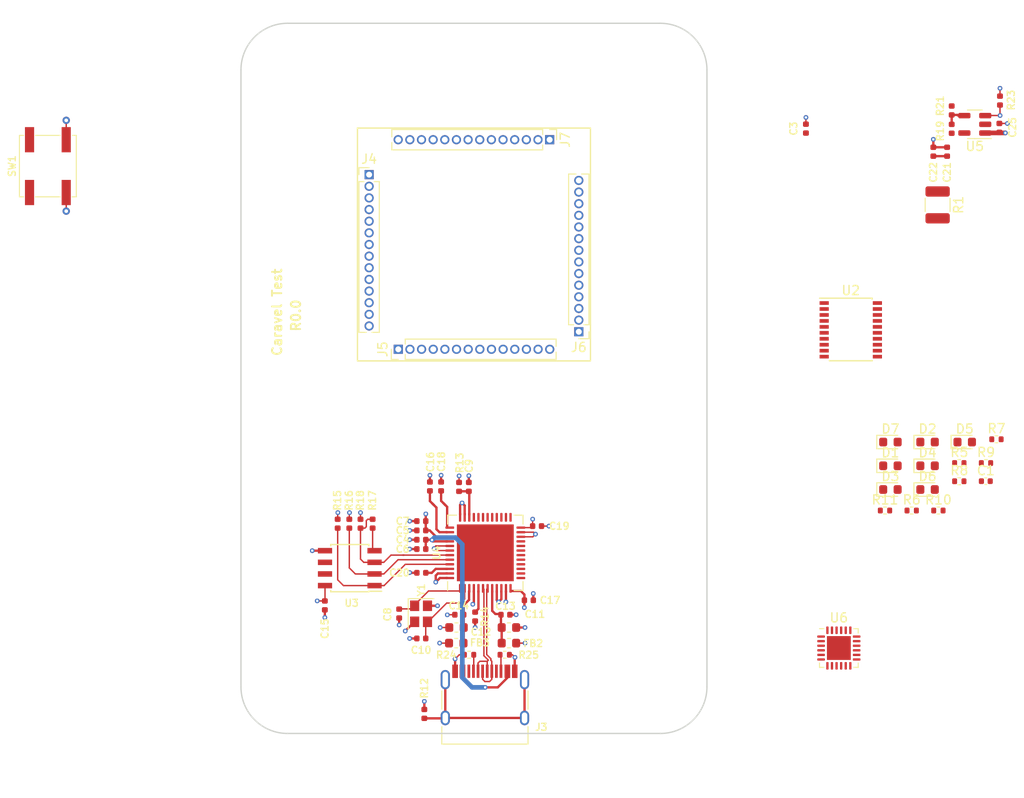
<source format=kicad_pcb>
(kicad_pcb (version 20211014) (generator pcbnew)
  (title_block (title "Caravel Test Fixture") (date "2021-10-31") (rev "r0.0"))
  (layers (0 "F.Cu" signal) (1 "In1.Cu" signal) (2 "In2.Cu" signal) (31 "B.Cu" signal) (34 "B.Paste" user) (35 "F.Paste" user) (36 "B.SilkS" user "B.Silkscreen") (37 "F.SilkS" user "F.Silkscreen") (38 "B.Mask" user) (39 "F.Mask" user) (44 "Edge.Cuts" user))
  (net 0 "")
  (net 1 "+3V3")
  (net 2 "/SDA")
  (net 3 "/SCL")
  (net 4 "GND")
  (net 5 "/EEDATA")
  (net 6 "Net-(R17-Pad1)")
  (net 7 "/EECLK")
  (net 8 "/EECS")
  (net 9 "Net-(R14-Pad2)")
  (net 10 "Net-(C9-Pad1)")
  (net 11 "Net-(C8-Pad1)")
  (net 12 "Net-(C10-Pad1)")
  (net 13 "Net-(C12-Pad1)")
  (net 14 "/USB_D-")
  (net 15 "/USB_D+")
  (net 16 "Net-(C11-Pad1)")
  (net 17 "/VCCA")
  (net 18 "/VCORE")
  (net 19 "+5V")
  (net 20 "+3.3VA")
  (net 21 "/1V")
  (net 22 "Net-(R23-Pad2)")
  (net 23 "Net-(J3-PadA5)")
  (net 24 "Net-(J3-PadB5)")
  (net 25 "Net-(J3-PadS1)")
  (net 79 "Net-(D1-Pad2)")
  (net 80 "Net-(D2-Pad2)")
  (net 81 "Net-(D3-Pad2)")
  (net 82 "Net-(D4-Pad2)")
  (net 83 "Net-(D5-Pad2)")
  (net 84 "Net-(D6-Pad2)")
  (net 85 "Net-(D7-Pad2)")
  (net 87 "Net-(C1-Pad2)")
  (net 144 "Net-(U1-Pad2)")
  (footprint "Button_Switch_SMD:SW_SPST_EVQP0" (layer "F.Cu") (at 55.15 76.54 90)
    (fp_text reference "SW1")
    (fp_text value "SW_Push")
  )
  (footprint "MountingHole:MountingHole_3.5mm" (layer "F.Cu") (at 121.92 104.14)
    (fp_text reference "H5" hide)
    (fp_text value "MountingHole")
  )
  (footprint "MountingHole:MountingHole_3.5mm" (layer "F.Cu") (at 81.28 104.14)
    (fp_text reference "H6" hide)
    (fp_text value "MountingHole")
  )
  (footprint "Capacitor_SMD:C_0402_1005Metric" (layer "F.Cu") (at 137.79 72.45 90)
    (fp_text reference "C3")
    (fp_text value ".1uF")
  )
  (footprint "Capacitor_SMD:C_0402_1005Metric" (layer "F.Cu") (at 95.862 120.904 180)
    (fp_text reference "C20")
    (fp_text value ".1uF")
  )
  (footprint "Capacitor_SMD:C_0402_1005Metric" (layer "F.Cu") (at 85.344 124.46 -90)
    (fp_text reference "C15")
    (fp_text value ".1uF")
  )
  (footprint "Capacitor_SMD:C_0402_1005Metric" (layer "F.Cu") (at 98.0186 111.4806 90)
    (fp_text reference "C18")
    (fp_text value ".1uF")
  )
  (footprint "MountingHole:MountingHole_3.5mm" (layer "F.Cu") (at 81.28 66.04)
    (fp_text reference "H1" hide)
    (fp_text value "MountingHole")
  )
  (footprint "MountingHole:MountingHole_3.5mm" (layer "F.Cu") (at 121.92 66.04)
    (fp_text reference "H2" hide)
    (fp_text value "MountingHole")
  )
  (footprint "MountingHole:MountingHole_3.5mm" (layer "F.Cu") (at 81.28 133.35)
    (fp_text reference "H3" hide)
    (fp_text value "MountingHole")
  )
  (footprint "MountingHole:MountingHole_3.5mm" (layer "F.Cu") (at 121.92 133.35)
    (fp_text reference "H4" hide)
    (fp_text value "MountingHole")
  )
  (footprint "Capacitor_SMD:C_0402_1005Metric" (layer "F.Cu") (at 153.18 74.97 90)
    (fp_text reference "C21")
    (fp_text value "4.7uF")
  )
  (footprint "Capacitor_SMD:C_0402_1005Metric" (layer "F.Cu") (at 151.68 74.97 90)
    (fp_text reference "C22")
    (fp_text value ".1uF")
  )
  (footprint "Resistor_SMD:R_0402_1005Metric" (layer "F.Cu") (at 153.68 72.47 90)
    (fp_text reference "R19")
    (fp_text value "7.5k")
  )
  (footprint "Resistor_SMD:R_0402_1005Metric" (layer "F.Cu") (at 153.68 70.47 90)
    (fp_text reference "R21")
    (fp_text value "30k")
  )
  (footprint "Capacitor_SMD:C_0402_1005Metric" (layer "F.Cu") (at 158.88 72.37 90)
    (fp_text reference "C25")
    (fp_text value ".1uF")
  )
  (footprint "Resistor_SMD:R_0402_1005Metric" (layer "F.Cu") (at 89.2302 115.547 90)
    (fp_text reference "R18")
    (fp_text value "4.7K")
  )
  (footprint "Resistor_SMD:R_0402_1005Metric" (layer "F.Cu") (at 90.551 115.547 90)
    (fp_text reference "R17")
    (fp_text value "2.2K")
  )
  (footprint "Resistor_SMD:R_0402_1005Metric" (layer "F.Cu") (at 96.1898 136.2964 -90)
    (fp_text reference "R12")
    (fp_text value "1M")
  )
  (footprint "Resistor_SMD:R_0402_1005Metric" (layer "F.Cu") (at 88.011 115.547 90)
    (fp_text reference "R16")
    (fp_text value "4.7K")
  )
  (footprint "Resistor_SMD:R_0402_1005Metric" (layer "F.Cu") (at 86.741 115.547 90)
    (fp_text reference "R15")
    (fp_text value "4.7K")
  )
  (footprint "Resistor_SMD:R_0402_1005Metric" (layer "F.Cu") (at 101.727 125.6792 90)
    (fp_text reference "R14")
    (fp_text value "12K")
  )
  (footprint "Resistor_SMD:R_0402_1005Metric" (layer "F.Cu") (at 99.9744 111.5314 -90)
    (fp_text reference "R13")
    (fp_text value "4.7K")
  )
  (footprint "Package_SO:SOIC-8_3.9x4.9mm_P1.27mm" (layer "F.Cu") (at 88.0618 120.396 180)
    (fp_text reference "U3")
    (fp_text value "93C46B/SN ")
  )
  (footprint "Package_DFN_QFN:QFN-48-1EP_8x8mm_P0.5mm_EP6.2x6.2mm" (layer "F.Cu") (at 102.838001 118.726199 90)
    (fp_text reference "U4")
    (fp_text value "FT232HQ-REEL")
  )
  (footprint "Inductor_SMD:L_0603_1608Metric" (layer "F.Cu") (at 99.6696 128.5748 180)
    (fp_text reference "FB3")
    (fp_text value "Ferrite_Bead_Small")
  )
  (footprint "Inductor_SMD:L_0603_1608Metric" (layer "F.Cu") (at 105.41 128.5748)
    (fp_text reference "FB2")
    (fp_text value "Ferrite_Bead_Small")
  )
  (footprint "Crystal:Crystal_SMD_2520-4Pin_2.5x2.0mm" (layer "F.Cu") (at 95.8342 125.3744 -90)
    (fp_text reference "Y1")
    (fp_text value "12MHz")
  )
  (footprint "Capacitor_SMD:C_0603_1608Metric" (layer "F.Cu") (at 99.695 126.873 180)
    (fp_text reference "C12")
    (fp_text value "4.7uF")
  )
  (footprint "Capacitor_SMD:C_0603_1608Metric" (layer "F.Cu") (at 105.41 126.873)
    (fp_text reference "C11")
    (fp_text value "4.7uF")
  )
  (footprint "Capacitor_SMD:C_0402_1005Metric" (layer "F.Cu") (at 95.8572 128.0668 180)
    (fp_text reference "C10")
    (fp_text value "10pF")
  )
  (footprint "Capacitor_SMD:C_0402_1005Metric" (layer "F.Cu") (at 95.8596 116.2812 180)
    (fp_text reference "C5")
    (fp_text value "4.7uF")
  )
  (footprint "Capacitor_SMD:C_0402_1005Metric" (layer "F.Cu") (at 108.48 115.81)
    (fp_text reference "C19")
    (fp_text value ".1uF")
  )
  (footprint "Capacitor_SMD:C_0402_1005Metric" (layer "F.Cu") (at 105.029 125.476)
    (fp_text reference "C13")
    (fp_text value ".1uF")
  )
  (footprint "Capacitor_SMD:C_0402_1005Metric" (layer "F.Cu") (at 99.9998 125.476 180)
    (fp_text reference "C14")
    (fp_text value ".1uF")
  )
  (footprint "Capacitor_SMD:C_0402_1005Metric" (layer "F.Cu") (at 96.7994 111.4806 90)
    (fp_text reference "C16")
    (fp_text value ".1uF")
  )
  (footprint "Capacitor_SMD:C_0402_1005Metric" (layer "F.Cu") (at 107.585 123.9)
    (fp_text reference "C17")
    (fp_text value ".1uF")
  )
  (footprint "Capacitor_SMD:C_0402_1005Metric" (layer "F.Cu") (at 93.4466 125.3514 -90)
    (fp_text reference "C8")
    (fp_text value "10pF")
  )
  (footprint "Capacitor_SMD:C_0402_1005Metric" (layer "F.Cu") (at 95.8596 115.2652 180)
    (fp_text reference "C7")
    (fp_text value ".1uF")
  )
  (footprint "Capacitor_SMD:C_0402_1005Metric" (layer "F.Cu") (at 95.8596 118.3132 180)
    (fp_text reference "C6")
    (fp_text value ".1uF")
  )
  (footprint "Capacitor_SMD:C_0402_1005Metric" (layer "F.Cu") (at 95.8596 117.2972 180)
    (fp_text reference "C4")
    (fp_text value "4.7uF")
  )
  (footprint "Capacitor_SMD:C_0402_1005Metric" (layer "F.Cu") (at 101.0412 111.529 90)
    (fp_text reference "C9")
    (fp_text value "10nF")
  )
  (footprint "Resistor_SMD:R_0402_1005Metric" (layer "F.Cu") (at 158.946 69.3928 -90)
    (fp_text reference "R23")
    (fp_text value "4.7K")
  )
  (footprint "Connector_USB:USB_C_Receptacle_HRO_TYPE-C-31-M-12" (layer "F.Cu") (at 102.7938 135.6868)
    (fp_text reference "J3")
    (fp_text value "USB_C_Receptacle_USB2.0")
  )
  (footprint "Resistor_SMD:R_0402_1005Metric" (layer "F.Cu") (at 101.0666 129.8448)
    (fp_text reference "R24")
    (fp_text value "5.1K")
  )
  (footprint "Resistor_SMD:R_0402_1005Metric" (layer "F.Cu") (at 104.9528 129.8448 180)
    (fp_text reference "R25")
    (fp_text value "5.1K")
  )
  (footprint "Connector_PinHeader_1.27mm:PinHeader_1x14_P1.27mm_Vertical" (layer "F.Cu") (at 113.03 94.61 180)
    (fp_text reference "J6")
    (fp_text value "Conn_01x14")
  )
  (footprint "Resistor_SMD:R_0402_1005Metric" (layer "F.Cu") (at 146.41 114.11)
    (fp_text reference "R11")
    (fp_text value "4.7K")
  )
  (footprint "Resistor_SMD:R_0402_1005Metric" (layer "F.Cu") (at 154.51 108.93)
    (fp_text reference "R5")
    (fp_text value "4.7K")
  )
  (footprint "Package_DFN_QFN:QFN-24-1EP_4x4mm_P0.5mm_EP2.6x2.6mm" (layer "F.Cu") (at 141.38 129.11)
    (fp_text reference "U6")
    (fp_text value "ATSAMD11D14A-M")
  )
  (footprint "Resistor_SMD:R_1210_3225Metric" (layer "F.Cu") (at 152.146 80.772 -90)
    (fp_text reference "R1")
    (fp_text value "R")
  )
  (footprint "Connector_PinHeader_1.27mm:PinHeader_1x14_P1.27mm_Vertical" (layer "F.Cu") (at 93.35 96.52 90)
    (fp_text reference "J5")
    (fp_text value "Conn_01x14")
  )
  (footprint "Resistor_SMD:R_0402_1005Metric" (layer "F.Cu") (at 152.23 114.11)
    (fp_text reference "R10")
    (fp_text value "4.7K")
  )
  (footprint "Resistor_SMD:R_0402_1005Metric" (layer "F.Cu") (at 158.56 106.34)
    (fp_text reference "R7")
    (fp_text value "4.7K")
  )
  (footprint "LED_SMD:LED_0603_1608Metric" (layer "F.Cu") (at 147 109.23)
    (fp_text reference "D1")
    (fp_text value "GRN")
  )
  (footprint "Resistor_SMD:R_0402_1005Metric" (layer "F.Cu") (at 157.42 108.93)
    (fp_text reference "R9")
    (fp_text value "4.7K")
  )
  (footprint "Resistor_SMD:R_0402_1005Metric" (layer "F.Cu") (at 149.32 114.11)
    (fp_text reference "R6")
    (fp_text value "4.7K")
  )
  (footprint "LED_SMD:LED_0603_1608Metric" (layer "F.Cu") (at 151.05 109.23)
    (fp_text reference "D4")
    (fp_text value "GRN")
  )
  (footprint "LED_SMD:LED_0603_1608Metric" (layer "F.Cu") (at 151.05 106.64)
    (fp_text reference "D2")
    (fp_text value "GRN")
  )
  (footprint "Resistor_SMD:R_0402_1005Metric" (layer "F.Cu") (at 154.51 110.92)
    (fp_text reference "R8")
    (fp_text value "4.7K")
  )
  (footprint "Connector_PinHeader_1.27mm:PinHeader_1x14_P1.27mm_Vertical" (layer "F.Cu") (at 109.85 73.66 -90)
    (fp_text reference "J7")
    (fp_text value "Conn_01x14")
  )
  (footprint "LED_SMD:LED_0603_1608Metric" (layer "F.Cu") (at 155.1 106.64)
    (fp_text reference "D5")
    (fp_text value "GRN")
  )
  (footprint "LED_SMD:LED_0603_1608Metric" (layer "F.Cu") (at 147 111.82)
    (fp_text reference "D3")
    (fp_text value "GRN")
  )
  (footprint "Package_SO:SSOP-20_4.4x6.5mm_P0.65mm" (layer "F.Cu") (at 142.68 94.4)
    (fp_text reference "U2")
    (fp_text value "PCF8574")
  )
  (footprint "Capacitor_SMD:C_0402_1005Metric" (layer "F.Cu") (at 157.4 110.91)
    (fp_text reference "C1")
    (fp_text value "2.7nF")
  )
  (footprint "Package_TO_SOT_SMD:SOT-23-5" (layer "F.Cu") (at 156.2 71.98 180)
    (fp_text reference "U5")
    (fp_text value "AP2127K-ADJ")
  )
  (footprint "LED_SMD:LED_0603_1608Metric" (layer "F.Cu") (at 151.05 111.82)
    (fp_text reference "D6")
    (fp_text value "GRN")
  )
  (footprint "LED_SMD:LED_0603_1608Metric" (layer "F.Cu") (at 147 106.64)
    (fp_text reference "D7")
    (fp_text value "GRN")
  )
  (footprint "Connector_PinHeader_1.27mm:PinHeader_1x14_P1.27mm_Vertical" (layer "F.Cu") (at 90.17 77.47)
    (fp_text reference "J4")
    (fp_text value "Conn_01x14")
  )
  (gr_rect (start 88.9 72.39) (end 114.3 97.79) (layer "F.SilkS") (width 0.15) (fill none))
  (gr_line (start 81.28 60.96) (end 121.92 60.96) (layer "Edge.Cuts") (width 0.15))
  (gr_arc (start 127 133.35) (mid 125.512102 136.942102) (end 121.92 138.43) (layer "Edge.Cuts") (width 0.15))
  (gr_arc (start 81.28 138.43) (mid 77.687898 136.942102) (end 76.2 133.35) (layer "Edge.Cuts") (width 0.15))
  (gr_line (start 127 66.04) (end 127 133.35) (layer "Edge.Cuts") (width 0.15))
  (gr_line (start 121.92 138.43) (end 81.28 138.43) (layer "Edge.Cuts") (width 0.15))
  (gr_arc (start 121.92 60.96) (mid 125.512102 62.447898) (end 127 66.04) (layer "Edge.Cuts") (width 0.15))
  (gr_line (start 76.2 133.35) (end 76.2 66.04) (layer "Edge.Cuts") (width 0.15))
  (gr_arc (start 76.2 66.04) (mid 77.687898 62.447898) (end 81.28 60.96) (layer "Edge.Cuts") (width 0.15))
  (gr_text "Caravel Test" (at 80.137 92.4814 90) (layer "F.SilkS") (effects (font (size 1.016 1.016) (thickness 0.2032))))
  (gr_text "R0.0" (at 82.1944 92.837 90) (layer "F.SilkS") (effects (font (size 1.016 1.016) (thickness 0.2032))))
  (segment (start 99.5148 125.476) (end 98.709818 125.476) (width 0.1524) (layer "F.Cu") (net 4))
  (segment (start 98.675501 117.976199) (end 97.440475 117.976199) (width 0.1524) (layer "F.Cu") (net 4))
  (segment (start 98.675501 118.476199) (end 97.470395 118.476199) (width 0.1524) (layer "F.Cu") (net 4))
  (segment (start 97.470395 118.476199) (end 97.2566 118.262404) (width 0.1524) (layer "F.Cu") (net 4))
  (segment (start 96.7994 110.9956) (end 96.7994 110.2614) (width 0.254) (layer "F.Cu") (net 4))
  (segment (start 97.6236 124.4994) (end 97.623607 124.499393) (width 0.254) (layer "F.Cu") (net 4))
  (segment (start 100.088001 114.563699) (end 100.088001 113.500597) (width 0.254) (layer "F.Cu") (net 4))
  (segment (start 107.000501 116.976199) (end 108.017001 116.976199) (width 0.1524) (layer "F.Cu") (net 4))
  (segment (start 100.588001 113.567403) (end 100.304598 113.284) (width 0.254) (layer "F.Cu") (net 4))
  (segment (start 95.1116 126.2494) (end 94.107 127.254) (width 0.254) (layer "F.Cu") (net 4))
  (segment (start 57.15 79.42) (end 57.15 81.452) (width 0.1524) (layer "F.Cu") (net 4))
  (segment (start 106.0438 131.6418) (end 106.0438 130.1508) (width 0.254) (layer "F.Cu") (net 4))
  (segment (start 107.000501 116.476199) (end 108.094199 116.476199) (width 0.1524) (layer "F.Cu") (net 4))
  (segment (start 159.745 71.885) (end 159.755 71.895) (width 0.1524) (layer "F.Cu") (net 4))
  (segment (start 97.667001 120.976199) (end 97.4344 121.2088) (width 0.254) (layer "F.Cu") (net 4))
  (segment (start 57.15 73.66) (end 57.15 71.546) (width 0.1524) (layer "F.Cu") (net 4))
  (segment (start 100.5566 129.8448) (end 99.9998 129.8448) (width 0.1524) (layer "F.Cu") (net 4))
  (segment (start 98.709818 125.476) (end 98.694409 125.491409) (width 0.1524) (layer "F.Cu") (net 4))
  (segment (start 95.377 120.904) (end 94.615 120.904) (width 0.254) (layer "F.Cu") (net 4))
  (segment (start 105.088001 124.070799) (end 105.0798 124.079) (width 0.254) (layer "F.Cu") (net 4))
  (segment (start 158.946 68.9078) (end 158.946 68.0466) (width 0.1524) (layer "F.Cu") (net 4))
  (segment (start 104.088001 123.874601) (end 104.2924 124.079) (width 0.254) (layer "F.Cu") (net 4))
  (segment (start 105.514 125.476) (end 106.1974 125.476) (width 0.254) (layer "F.Cu") (net 4))
  (segment (start 97.878201 121.476199) (end 97.4344 121.92) (width 0.254) (layer "F.Cu") (net 4))
  (segment (start 99.5438 130.3032) (end 99.5426 130.302) (width 0.254) (layer "F.Cu") (net 4))
  (segment (start 100.588001 114.563699) (end 100.588001 113.567403) (width 0.254) (layer "F.Cu") (net 4))
  (segment (start 158.88 71.885) (end 159.745 71.885) (width 0.1524) (layer "F.Cu") (net 4))
  (segment (start 104.088001 122.888699) (end 104.088001 123.874601) (width 0.254) (layer "F.Cu") (net 4))
  (segment (start 137.79 71.965) (end 137.79 71.2308) (width 0.1524) (layer "F.Cu") (net 4))
  (segment (start 106.1975 126.873) (end 107.1626 126.873) (width 0.254) (layer "F.Cu") (net 4))
  (segment (start 95.3746 118.3132) (end 94.5896 118.3132) (width 0.254) (layer "F.Cu") (net 4))
  (segment (start 98.9075 126.873) (end 97.917 126.873) (width 0.1524) (layer "F.Cu") (net 4))
  (segment (start 108.07 123.9) (end 108.07 123.1682) (width 0.254) (layer "F.Cu") (net 4))
  (segment (start 99.5438 131.6418) (end 99.5438 130.3032) (width 0.254) (layer "F.Cu") (net 4))
  (segment (start 99.9998 129.8448) (end 99.5426 130.302) (width 0.1524) (layer "F.Cu") (net 4))
  (segment (start 151.68 74.485) (end 151.68 73.62) (width 0.254) (layer "F.Cu") (net 4))
  (segment (start 105.791 129.8448) (end 106.0704 130.1242) (width 0.1524) (layer "F.Cu") (net 4))
  (segment (start 105.088001 122.888699) (end 105.088001 124.070799) (width 0.254) (layer "F.Cu") (net 4))
  (segment (start 97.2566 118.160074) (end 97.440475 117.976199) (width 0.1524) (layer "F.Cu") (net 4))
  (segment (start 101.0412 111.044) (end 101.0412 110.3122) (width 0.254) (layer "F.Cu") (net 4))
  (segment (start 85.344 124.945) (end 85.344 125.7808) (width 0.254) (layer "F.Cu") (net 4))
  (segment (start 108.07 123.1682) (end 108.0652 123.1634) (width 0.254) (layer "F.Cu") (net 4))
  (segment (start 108.965 115.81) (end 109.7754 115.81) (width 0.1524) (layer "F.Cu") (net 4))
  (segment (start 104.588001 123.783399) (end 104.2924 124.079) (width 0.254) (layer "F.Cu") (net 4))
  (segment (start 97.2566 118.262404) (end 97.2566 118.160074) (width 0.1524) (layer "F.Cu") (net 4))
  (segment (start 106.0438 130.1508) (end 106.0704 130.1242) (width 0.254) (layer "F.Cu") (net 4))
  (segment (start 95.3722 128.0668) (end 94.5896 128.0668) (width 0.254) (layer "F.Cu") (net 4))
  (segment (start 95.3746 115.2652) (end 94.5896 115.2652) (width 0.254) (layer "F.Cu") (net 4))
  (segment (start 94.615 120.904) (end 94.5896 120.8786) (width 0.254) (layer "F.Cu") (net 4))
  (segment (start 96.5342 124.4994) (end 97.6236 124.4994) (width 0.254) (layer "F.Cu") (net 4))
  (segment (start 153.18 74.485) (end 151.68 74.485) (width 0.254) (layer "F.Cu") (net 4))
  (segment (start 104.588001 122.888699) (end 104.588001 123.783399) (width 0.254) (layer "F.Cu") (net 4))
  (segment (start 95.3746 117.2972) (end 94.5896 117.2972) (width 0.254) (layer "F.Cu") (net 4))
  (segment (start 101.588001 122.888699) (end 101.588001 124.217999) (width 0.254) (layer "F.Cu") (net 4))
  (segment (start 85.3618 118.491) (end 83.9724 118.491) (width 0.254) (layer "F.Cu") (net 4))
  (segment (start 93.4466 125.8364) (end 93.4466 126.5936) (width 0.254) (layer "F.Cu") (net 4))
  (segment (start 95.3746 116.2812) (end 94.5896 116.2812) (width 0.254) (layer "F.Cu") (net 4))
  (segment (start 100.088001 113.500597) (end 100.304598 113.284) (width 0.254) (layer "F.Cu") (net 4))
  (segment (start 97.4344 121.2088) (end 97.4344 121.92) (width 0.254) (layer "F.Cu") (net 4))
  (segment (start 105.4628 129.8448) (end 105.791 129.8448) (width 0.1524) (layer "F.Cu") (net 4))
  (segment (start 95.1342 126.2494) (end 95.1116 126.2494) (width 0.254) (layer "F.Cu") (net 4))
  (segment (start 97.440475 117.976199) (end 97.359465 118.057209) (width 0.1524) (layer "F.Cu") (net 4))
  (segment (start 101.588001 124.217999) (end 101.473 124.333) (width 0.254) (layer "F.Cu") (net 4))
  (segment (start 108.017001 116.976199) (end 108.3056 116.6876) (width 0.1524) (layer "F.Cu") (net 4))
  (segment (start 98.0186 110.9956) (end 98.0186 110.2614) (width 0.254) (layer "F.Cu") (net 4))
  (segment (start 96.1898 135.8114) (end 96.1898 134.9248) (width 0.254) (layer "F.Cu") (net 4))
  (segment (start 98.675501 121.476199) (end 97.878201 121.476199) (width 0.254) (layer "F.Cu") (net 4))
  (segment (start 101.727 126.1642) (end 101.727 126.873) (width 0.254) (layer "F.Cu") (net 4))
  (segment (start 98.675501 120.976199) (end 97.667001 120.976199) (width 0.254) (layer "F.Cu") (net 4))
  (segment (start 108.094199 116.476199) (end 108.3056 116.6876) (width 0.1524) (layer "F.Cu") (net 4))
  (via (at 93.4466 126.5936) (size 0.508) (drill 0.254) (layers "F.Cu" "B.Cu") (net 4))
  (via (at 94.5896 116.2812) (size 0.508) (drill 0.254) (layers "F.Cu" "B.Cu") (net 4))
  (via (at 104.2924 124.079) (size 0.508) (drill 0.254) (layers "F.Cu" "B.Cu") (net 4))
  (via (at 99.5426 130.302) (size 0.508) (drill 0.254) (layers "F.Cu" "B.Cu") (net 4))
  (via (at 101.473 124.333) (size 0.508) (drill 0.254) (layers "F.Cu" "B.Cu") (net 4))
  (via (at 57.15 71.546) (size 0.8) (drill 0.4) (layers "F.Cu" "B.Cu") (net 4))
  (via (at 85.344 125.7808) (size 0.508) (drill 0.254) (layers "F.Cu" "B.Cu") (net 4))
  (via (at 108.0652 123.1634) (size 0.508) (drill 0.254) (layers "F.Cu" "B.Cu") (net 4))
  (via (at 107.1626 126.873) (size 0.508) (drill 0.254) (layers "F.Cu" "B.Cu") (net 4))
  (via (at 101.0412 110.3122) (size 0.508) (drill 0.254) (layers "F.Cu" "B.Cu") (net 4))
  (via (at 94.107 127.254) (size 0.508) (drill 0.254) (layers "F.Cu" "B.Cu") (net 4))
  (via (at 97.917 126.873) (size 0.508) (drill 0.254) (layers "F.Cu" "B.Cu") (net 4))
  (via (at 137.79 71.2308) (size 0.508) (drill 0.254) (layers "F.Cu" "B.Cu") (net 4))
  (via (at 108.3056 116.6876) (size 0.508) (drill 0.254) (layers "F.Cu" "B.Cu") (net 4))
  (via (at 94.5896 118.3132) (size 0.508) (drill 0.254) (layers "F.Cu" "B.Cu") (net 4))
  (via (at 159.755 71.895) (size 0.508) (drill 0.254) (layers "F.Cu" "B.Cu") (net 4))
  (via (at 109.7754 115.81) (size 0.508) (drill 0.254) (layers "F.Cu" "B.Cu") (net 4))
  (via (at 97.623607 124.499393) (size 0.508) (drill 0.254) (layers "F.Cu" "B.Cu") (net 4))
  (via (at 100.304598 113.284) (size 0.508) (drill 0.254) (layers "F.Cu" "B.Cu") (net 4))
  (via (at 94.5896 120.8786) (size 0.508) (drill 0.254) (layers "F.Cu" "B.Cu") (net 4))
  (via (at 105.0798 124.079) (size 0.508) (drill 0.254) (layers "F.Cu" "B.Cu") (net 4))
  (via (at 158.946 68.0466) (size 0.508) (drill 0.254) (layers "F.Cu" "B.Cu") (net 4))
  (via (at 106.0704 130.1242) (size 0.508) (drill 0.254) (layers "F.Cu" "B.Cu") (net 4))
  (via (at 106.1974 125.476) (size 0.508) (drill 0.254) (layers "F.Cu" "B.Cu") (net 4))
  (via (at 83.9724 118.491) (size 0.508) (drill 0.254) (layers "F.Cu" "B.Cu") (net 4))
  (via (at 97.2566 118.262404) (size 0.508) (drill 0.254) (layers "F.Cu" "B.Cu") (net 4))
  (via (at 96.1898 134.9248) (size 0.508) (drill 0.254) (layers "F.Cu" "B.Cu") (net 4))
  (via (at 96.7994 110.2614) (size 0.508) (drill 0.254) (layers "F.Cu" "B.Cu") (net 4))
  (via (at 151.68 73.62) (size 0.508) (drill 0.254) (layers "F.Cu" "B.Cu") (net 4))
  (via (at 98.694409 125.491409) (size 0.508) (drill 0.254) (layers "F.Cu" "B.Cu") (net 4))
  (via (at 94.5896 128.0668) (size 0.508) (drill 0.254) (layers "F.Cu" "B.Cu") (net 4))
  (via (at 94.5896 117.2972) (size 0.508) (drill 0.254) (layers "F.Cu" "B.Cu") (net 4))
  (via (at 94.5896 115.2652) (size 0.508) (drill 0.254) (layers "F.Cu" "B.Cu") (net 4))
  (via (at 57.15 81.452) (size 0.8) (drill 0.4) (layers "F.Cu" "B.Cu") (net 4))
  (via (at 97.4344 121.92) (size 0.508) (drill 0.254) (layers "F.Cu" "B.Cu") (net 4))
  (via (at 101.727 126.873) (size 0.508) (drill 0.254) (layers "F.Cu" "B.Cu") (net 4))
  (via (at 98.0186 110.2614) (size 0.508) (drill 0.254) (layers "F.Cu" "B.Cu") (net 4))
  (segment (start 89.2302 116.032) (end 89.708 116.032) (width 0.1524) (layer "F.Cu") (net 5))
  (segment (start 89.8652 115.8748) (end 89.8652 115.2144) (width 0.1524) (layer "F.Cu") (net 5))
  (segment (start 98.675501 118.976199) (end 93.9546 118.976199) (width 0.1524) (layer "F.Cu") (net 5))
  (segment (start 92.555001 118.976199) (end 93.9546 118.976199) (width 0.1524) (layer "F.Cu") (net 5))
  (segment (start 90.7618 119.761) (end 91.7702 119.761) (width 0.1524) (layer "F.Cu") (net 5))
  (segment (start 89.5858 119.761) (end 90.7618 119.761) (width 0.1524) (layer "F.Cu") (net 5))
  (segment (start 89.8652 115.2144) (end 90.0176 115.062) (width 0.1524) (layer "F.Cu") (net 5))
  (segment (start 91.7702 119.761) (end 92.555001 118.976199) (width 0.1524) (layer "F.Cu") (net 5))
  (segment (start 89.2302 116.032) (end 89.2302 119.4054) (width 0.1524) (layer "F.Cu") (net 5))
  (segment (start 93.9546 118.976199) (end 93.830199 118.976199) (width 0.1524) (layer "F.Cu") (net 5))
  (segment (start 89.2302 119.4054) (end 89.5858 119.761) (width 0.1524) (layer "F.Cu") (net 5))
  (segment (start 90.0176 115.062) (end 90.551 115.062) (width 0.1524) (layer "F.Cu") (net 5))
  (segment (start 89.708 116.032) (end 89.8652 115.8748) (width 0.1524) (layer "F.Cu") (net 5))
  (segment (start 90.551 118.2802) (end 90.7618 118.491) (width 0.1524) (layer "F.Cu") (net 6))
  (segment (start 90.551 116.032) (end 90.551 118.2802) (width 0.1524) (layer "F.Cu") (net 6))
  (segment (start 93.325001 119.476199) (end 98.675501 119.476199) (width 0.1524) (layer "F.Cu") (net 7))
  (segment (start 90.7618 121.031) (end 91.7702 121.031) (width 0.1524) (layer "F.Cu") (net 7))
  (segment (start 91.7702 121.031) (end 93.325001 119.476199) (width 0.1524) (layer "F.Cu") (net 7))
  (segment (start 88.011 120.3706) (end 88.6714 121.031) (width 0.1524) (layer "F.Cu") (net 7))
  (segment (start 88.011 116.032) (end 88.011 120.3706) (width 0.1524) (layer "F.Cu") (net 7))
  (segment (start 88.6714 121.031) (end 90.7618 121.031) (width 0.1524) (layer "F.Cu") (net 7))
  (segment (start 86.741 116.032) (end 86.741 121.666) (width 0.1524) (layer "F.Cu") (net 8))
  (segment (start 86.741 121.666) (end 87.376 122.301) (width 0.1524) (layer "F.Cu") (net 8))
  (segment (start 94.120401 119.976199) (end 98.675501 119.976199) (width 0.1524) (layer "F.Cu") (net 8))
  (segment (start 90.7618 122.301) (end 91.7956 122.301) (width 0.1524) (layer "F.Cu") (net 8))
  (segment (start 87.376 122.301) (end 90.7618 122.301) (width 0.1524) (layer "F.Cu") (net 8))
  (segment (start 91.7956 122.301) (end 94.120401 119.976199) (width 0.1524) (layer "F.Cu") (net 8))
  (segment (start 102.088001 124.833199) (end 101.727 125.1942) (width 0.254) (layer "F.Cu") (net 9))
  (segment (start 102.088001 122.888699) (end 102.088001 124.833199) (width 0.254) (layer "F.Cu") (net 9))
  (segment (start 101.0412 112.014) (end 99.9768 112.014) (width 0.254) (layer "F.Cu") (net 10))
  (segment (start 101.0412 112.014) (end 101.088001 112.060801) (width 0.254) (layer "F.Cu") (net 10))
  (segment (start 99.9768 112.014) (end 99.9744 112.0164) (width 0.254) (layer "F.Cu") (net 10))
  (segment (start 101.088001 112.060801) (end 101.088001 114.563699) (width 0.254) (layer "F.Cu") (net 10))
  (segment (start 100.088001 122.888699) (end 96.643501 122.888699) (width 0.1524) (layer "F.Cu") (net 11))
  (segment (start 95.1342 124.398) (end 95.1342 124.4994) (width 0.1524) (layer "F.Cu") (net 11))
  (segment (start 94.7926 124.841) (end 93.472 124.841) (width 0.1524) (layer "F.Cu") (net 11))
  (segment (start 93.472 124.841) (end 93.4466 124.8664) (width 0.1524) (layer "F.Cu") (net 11))
  (segment (start 95.1342 124.4994) (end 94.7926 124.841) (width 0.1524) (layer "F.Cu") (net 11))
  (segment (start 96.643501 122.888699) (end 95.1342 124.398) (width 0.1524) (layer "F.Cu") (net 11))
  (segment (start 96.3422 128.0668) (end 96.3422 126.4414) (width 0.1524) (layer "F.Cu") (net 12))
  (segment (start 100.140774 124.206) (end 100.588001 123.758773) (width 0.1524) (layer "F.Cu") (net 12))
  (segment (start 98.6282 124.206) (end 100.140774 124.206) (width 0.1524) (layer "F.Cu") (net 12))
  (segment (start 96.5342 126.2494) (end 96.5848 126.2494) (width 0.1524) (layer "F.Cu") (net 12))
  (segment (start 96.3422 126.4414) (end 96.5342 126.2494) (width 0.1524) (layer "F.Cu") (net 12))
  (segment (start 100.588001 123.758773) (end 100.588001 122.888699) (width 0.1524) (layer "F.Cu") (net 12))
  (segment (start 96.5848 126.2494) (end 98.6282 124.206) (width 0.1524) (layer "F.Cu") (net 12))
  (segment (start 101.065011 122.911689) (end 101.088001 122.888699) (width 0.254) (layer "F.Cu") (net 13))
  (segment (start 100.4825 126.873) (end 100.4825 128.473) (width 0.254) (layer "F.Cu") (net 13))
  (segment (start 100.4848 125.476) (end 100.4848 124.4322) (width 0.254) (layer "F.Cu") (net 13))
  (segment (start 100.4825 128.473) (end 100.457 128.4985) (width 0.254) (layer "F.Cu") (net 13))
  (segment (start 100.4848 125.476) (end 100.4848 126.8707) (width 0.254) (layer "F.Cu") (net 13))
  (segment (start 100.4848 124.4322) (end 101.065011 123.851989) (width 0.254) (layer "F.Cu") (net 13))
  (segment (start 100.4848 126.8707) (end 100.4825 126.873) (width 0.254) (layer "F.Cu") (net 13))
  (segment (start 101.065011 123.851989) (end 101.065011 122.911689) (width 0.254) (layer "F.Cu") (net 13))
  (segment (start 103.1414 130.407928) (end 103.1414 130.456699) (width 0.1524) (layer "F.Cu") (net 14))
  (segment (start 102.685601 122.698799) (end 102.685601 129.952129) (width 0.1524) (layer "F.Cu") (net 14))
  (segment (start 102.236701 130.554299) (end 102.0438 130.7472) (width 0.1524) (layer "F.Cu") (net 14))
  (segment (start 103.0438 130.554299) (end 102.236701 130.554299) (width 0.1524) (layer "F.Cu") (net 14))
  (segment (start 102.0438 130.7472) (end 102.0438 131.6418) (width 0.1524) (layer "F.Cu") (net 14))
  (segment (start 103.0438 130.554299) (end 103.0438 131.6418) (width 0.1524) (layer "F.Cu") (net 14))
  (segment (start 102.588001 122.601199) (end 102.685601 122.698799) (width 0.1524) (layer "F.Cu") (net 14))
  (segment (start 102.685601 129.952129) (end 103.1414 130.407928) (width 0.1524) (layer "F.Cu") (net 14))
  (segment (start 103.1414 130.456699) (end 103.0438 130.554299) (width 0.1524) (layer "F.Cu") (net 14))
  (segment (start 103.5438 132.5238) (end 103.3018 132.7658) (width 0.1524) (layer "F.Cu") (net 15))
  (segment (start 102.990401 129.825873) (end 103.4462 130.281672) (width 0.1524) (layer "F.Cu") (net 15))
  (segment (start 103.4462 130.281672) (end 103.4462 130.456699) (width 0.1524) (layer "F.Cu") (net 15))
  (segment (start 102.7904 132.7658) (end 102.5438 132.5192) (width 0.1524) (layer "F.Cu") (net 15))
  (segment (start 103.3018 132.7658) (end 102.7904 132.7658) (width 0.1524) (layer "F.Cu") (net 15))
  (segment (start 103.088001 122.601199) (end 102.990401 122.698799) (width 0.1524) (layer "F.Cu") (net 15))
  (segment (start 103.4462 130.456699) (end 103.5438 130.554299) (width 0.1524) (layer "F.Cu") (net 15))
  (segment (start 103.5438 130.554299) (end 103.5438 131.6418) (width 0.1524) (layer "F.Cu") (net 15))
  (segment (start 102.5438 132.5192) (end 102.5438 131.6418) (width 0.1524) (layer "F.Cu") (net 15))
  (segment (start 103.5438 131.6418) (end 103.5438 132.5238) (width 0.1524) (layer "F.Cu") (net 15))
  (segment (start 102.990401 122.698799) (end 102.990401 129.825873) (width 0.1524) (layer "F.Cu") (net 15))
  (segment (start 104.6225 126.873) (end 104.6225 128.4984) (width 0.254) (layer "F.Cu") (net 16))
  (segment (start 103.588001 125.051001) (end 103.9368 125.3998) (width 0.254) (layer "F.Cu") (net 16))
  (segment (start 104.544 126.7945) (end 104.6225 126.873) (width 0.254) (layer "F.Cu") (net 16))
  (segment (start 103.588001 122.888699) (end 103.588001 125.051001) (width 0.254) (layer "F.Cu") (net 16))
  (segment (start 104.6225 128.4984) (end 104.6226 128.4985) (width 0.254) (layer "F.Cu") (net 16))
  (segment (start 104.544 125.476) (end 104.544 126.7945) (width 0.254) (layer "F.Cu") (net 16))
  (segment (start 103.9368 125.3998) (end 104.544 125.3998) (width 0.254) (layer "F.Cu") (net 16))
  (segment (start 98.0186 113.0554) (end 98.4758 113.5126) (width 0.254) (layer "F.Cu") (net 17))
  (segment (start 98.4758 113.5126) (end 98.675501 113.712301) (width 0.254) (layer "F.Cu") (net 17))
  (segment (start 98.0186 111.9656) (end 98.0186 113.0554) (width 0.254) (layer "F.Cu") (net 17))
  (segment (start 98.675501 113.712301) (end 98.675501 115.976199) (width 0.254) (layer "F.Cu") (net 17))
  (segment (start 98.2726 113.3094) (end 98.4758 113.5126) (width 0.254) (layer "F.Cu") (net 17))
  (segment (start 96.7994 111.9656) (end 96.7994 113.0808) (width 0.254) (layer "F.Cu") (net 18))
  (segment (start 97.2312 113.5126) (end 97.5106 113.792) (width 0.254) (layer "F.Cu") (net 18))
  (segment (start 97.0534 113.3348) (end 97.2312 113.5126) (width 0.254) (layer "F.Cu") (net 18))
  (segment (start 97.5106 116.148798) (end 97.838001 116.476199) (width 0.254) (layer "F.Cu") (net 18))
  (segment (start 96.7994 113.0808) (end 97.2312 113.5126) (width 0.254) (layer "F.Cu") (net 18))
  (segment (start 97.5106 113.792) (end 97.5106 116.148798) (width 0.254) (layer "F.Cu") (net 18))
  (segment (start 97.838001 116.476199) (end 98.675501 116.476199) (width 0.254) (layer "F.Cu") (net 18))
  (segment (start 100.3438 132.3478) (end 101.3968 133.4008) (width 0.254) (layer "F.Cu") (net 19))
  (segment (start 97.130799 117.476199) (end 96.9518 117.2972) (width 0.254) (layer "F.Cu") (net 19))
  (segment (start 101.3968 133.4008) (end 102.8192 133.4008) (width 0.254) (layer "F.Cu") (net 19))
  (segment (start 102.8192 133.4008) (end 104.1908 133.4008) (width 0.254) (layer "F.Cu") (net 19))
  (segment (start 100.3438 131.6418) (end 100.3438 132.3478) (width 0.254) (layer "F.Cu") (net 19))
  (segment (start 96.3446 117.2972) (end 96.3446 118.3132) (width 0.254) (layer "F.Cu") (net 19))
  (segment (start 159.53 72.92) (end 157.28 72.92) (width 0.508) (layer "F.Cu") (net 19))
  (segment (start 105.2438 132.3478) (end 105.2438 131.6418) (width 0.254) (layer "F.Cu") (net 19))
  (segment (start 96.9518 117.2972) (end 96.3446 117.2972) (width 0.254) (layer "F.Cu") (net 19))
  (segment (start 98.675501 117.476199) (end 97.130799 117.476199) (width 0.254) (layer "F.Cu") (net 19))
  (segment (start 104.1908 133.4008) (end 105.2438 132.3478) (width 0.254) (layer "F.Cu") (net 19))
  (via (at 159.53 72.92) (size 0.508) (drill 0.254) (layers "F.Cu" "B.Cu") (net 19))
  (via (at 97.028 117.3226) (size 0.508) (drill 0.254) (layers "F.Cu" "B.Cu") (net 19))
  (via (at 102.8192 133.4008) (size 0.508) (drill 0.254) (layers "F.Cu" "B.Cu") (net 19))
  (segment (start 100.33 132.334) (end 101.3968 133.4008) (width 0.508) (layer "B.Cu") (net 19))
  (segment (start 97.282 117.0686) (end 97.028 117.3226) (width 0.508) (layer "B.Cu") (net 19))
  (segment (start 101.3968 133.4008) (end 102.8192 133.4008) (width 0.508) (layer "B.Cu") (net 19))
  (segment (start 99.5934 117.0686) (end 97.282 117.0686) (width 0.508) (layer "B.Cu") (net 19))
  (segment (start 100.33 117.8052) (end 99.5934 117.0686) (width 0.508) (layer "B.Cu") (net 19))
  (segment (start 100.33 117.8052) (end 100.33 132.334) (width 0.508) (layer "B.Cu") (net 19))
  (segment (start 107.1 123.2798) (end 107.1 123.9) (width 0.254) (layer "F.Cu") (net 20))
  (segment (start 88.011 114.359) (end 88.03 114.34) (width 0.1524) (layer "F.Cu") (net 20))
  (segment (start 106.713001 115.976199) (end 107.828801 115.976199) (width 0.1524) (layer "F.Cu") (net 20))
  (segment (start 84.515 123.975) (end 84.51 123.97) (width 0.1524) (layer "F.Cu") (net 20))
  (segment (start 98.8821 128.5748) (end 97.8648 128.5748) (width 0.1524) (layer "F.Cu") (net 20))
  (segment (start 96.3446 115.2652) (end 96.3446 114.4854) (width 0.254) (layer "F.Cu") (net 20))
  (segment (start 107.828801 115.976199) (end 107.995 115.81) (width 0.1524) (layer "F.Cu") (net 20))
  (segment (start 97.8648 128.5748) (end 97.86 128.57) (width 0.1524) (layer "F.Cu") (net 20))
  (segment (start 88.011 115.062) (end 88.011 114.359) (width 0.1524) (layer "F.Cu") (net 20))
  (segment (start 97.471033 116.976199) (end 98.675501 116.976199) (width 0.254) (layer "F.Cu") (net 20))
  (segment (start 106.708899 122.888699) (end 107.1 123.2798) (width 0.254) (layer "F.Cu") (net 20))
  (segment (start 105.588001 122.888699) (end 106.708899 122.888699) (width 0.254) (layer "F.Cu") (net 20))
  (segment (start 99.9744 111.0464) (end 99.9744 110.3356) (width 0.1524) (layer "F.Cu") (net 20))
  (segment (start 85.3618 123.9572) (end 85.344 123.975) (width 0.1524) (layer "F.Cu") (net 20))
  (segment (start 97.0026 120.904) (end 96.347 120.904) (width 0.254) (layer "F.Cu") (net 20))
  (segment (start 89.2302 114.3402) (end 89.23 114.34) (width 0.1524) (layer "F.Cu") (net 20))
  (segment (start 98.675501 120.476199) (end 97.430401 120.476199) (width 0.254) (layer "F.Cu") (net 20))
  (segment (start 89.2302 115.062) (end 89.2302 114.3402) (width 0.1524) (layer "F.Cu") (net 20))
  (segment (start 96.3446 116.2812) (end 96.776034 116.2812) (width 0.254) (layer "F.Cu") (net 20))
  (segment (start 99.9744 110.3356) (end 99.98 110.33) (width 0.1524) (layer "F.Cu") (net 20))
  (segment (start 97.430401 120.476199) (end 97.0026 120.904) (width 0.254) (layer "F.Cu") (net 20))
  (segment (start 86.741 114.359) (end 86.76 114.34) (width 0.1524) (layer "F.Cu") (net 20))
  (segment (start 96.776034 116.2812) (end 97.471033 116.976199) (width 0.254) (layer "F.Cu") (net 20))
  (segment (start 85.3618 122.301) (end 85.3618 123.9572) (width 0.1524) (layer "F.Cu") (net 20))
  (segment (start 96.3446 114.4854) (end 96.35 114.48) (width 0.254) (layer "F.Cu") (net 20))
  (segment (start 107.1652 128.5748) (end 107.17 128.57) (width 0.1524) (layer "F.Cu") (net 20))
  (segment (start 96.3446 116.2812) (end 96.3446 115.2652) (width 0.254) (layer "F.Cu") (net 20))
  (segment (start 86.741 115.062) (end 86.741 114.359) (width 0.1524) (layer "F.Cu") (net 20))
  (segment (start 85.344 123.975) (end 84.515 123.975) (width 0.1524) (layer "F.Cu") (net 20))
  (segment (start 107.1 124.69) (end 107.09 124.7) (width 0.254) (layer "F.Cu") (net 20))
  (segment (start 107.1 123.9) (end 107.1 124.69) (width 0.254) (layer "F.Cu") (net 20))
  (segment (start 106.1975 128.5748) (end 107.1652 128.5748) (width 0.1524) (layer "F.Cu") (net 20))
  (segment (start 107.995 115.055) (end 108 115.05) (width 0.1524) (layer "F.Cu") (net 20))
  (segment (start 107.995 115.81) (end 107.995 115.055) (width 0.1524) (layer "F.Cu") (net 20))
  (via (at 84.51 123.97) (size 0.508) (drill 0.254) (layers "F.Cu" "B.Cu") (net 20))
  (via (at 99.98 110.33) (size 0.508) (drill 0.254) (layers "F.Cu" "B.Cu") (net 20))
  (via (at 107.17 128.57) (size 0.508) (drill 0.254) (layers "F.Cu" "B.Cu") (net 20))
  (via (at 107.09 124.7) (size 0.508) (drill 0.254) (layers "F.Cu" "B.Cu") (net 20))
  (via (at 108 115.05) (size 0.508) (drill 0.254) (layers "F.Cu" "B.Cu") (net 20))
  (via (at 86.76 114.34) (size 0.508) (drill 0.254) (layers "F.Cu" "B.Cu") (net 20))
  (via (at 97.86 128.57) (size 0.508) (drill 0.254) (layers "F.Cu" "B.Cu") (net 20))
  (via (at 96.35 114.48) (size 0.508) (drill 0.254) (layers "F.Cu" "B.Cu") (net 20))
  (via (at 89.23 114.34) (size 0.508) (drill 0.254) (layers "F.Cu" "B.Cu") (net 20))
  (via (at 88.03 114.34) (size 0.508) (drill 0.254) (layers "F.Cu" "B.Cu") (net 20))
  (segment (start 151.68 75.455) (end 153.18 75.455) (width 0.254) (layer "F.Cu") (net 21))
  (segment (start 158.955 71.02) (end 157.28 71.02) (width 0.1524) (layer "F.Cu") (net 22))
  (segment (start 158.946 69.8778) (end 158.946 71.011) (width 0.1524) (layer "F.Cu") (net 22))
  (segment (start 158.946 71.011) (end 158.955 71.02) (width 0.1524) (layer "F.Cu") (net 22))
  (via (at 158.955 71.02) (size 0.508) (drill 0.254) (layers "F.Cu" "B.Cu") (net 22))
  (segment (start 101.5766 129.8448) (end 101.5766 131.609) (width 0.1524) (layer "F.Cu") (net 23))
  (segment (start 101.5766 131.609) (end 101.5438 131.6418) (width 0.1524) (layer "F.Cu") (net 23))
  (segment (start 104.5438 131.6418) (end 104.5438 129.9458) (width 0.1524) (layer "F.Cu") (net 24))
  (segment (start 104.5438 129.9458) (end 104.4428 129.8448) (width 0.1524) (layer "F.Cu") (net 24))
  (segment (start 98.4738 136.7368) (end 98.4738 132.5568) (width 0.254) (layer "F.Cu") (net 25))
  (segment (start 107.1138 136.7368) (end 107.1138 132.5568) (width 0.254) (layer "F.Cu") (net 25))
  (segment (start 98.4738 136.7368) (end 107.1138 136.7368) (width 0.254) (layer "F.Cu") (net 25))
  (segment (start 98.4292 136.7814) (end 98.4738 136.7368) (width 0.254) (layer "F.Cu") (net 25))
  (segment (start 96.1898 136.7814) (end 98.4292 136.7814) (width 0.254) (layer "F.Cu") (net 25))
  (segment (start 153.68 70.955) (end 154.315 70.955) (width 0.254) (layer "F.Cu") (net 87))
  (segment (start 153.68 71.985) (end 153.68 70.955) (width 0.254) (layer "F.Cu") (net 87))
  (segment (start 154.315 70.955) (end 154.38 71.02) (width 0.254) (layer "F.Cu") (net 87))
  (segment (start 155.08 71.02) (end 154.38 71.02) (width 0.254) (layer "F.Cu") (net 87))
)
</source>
